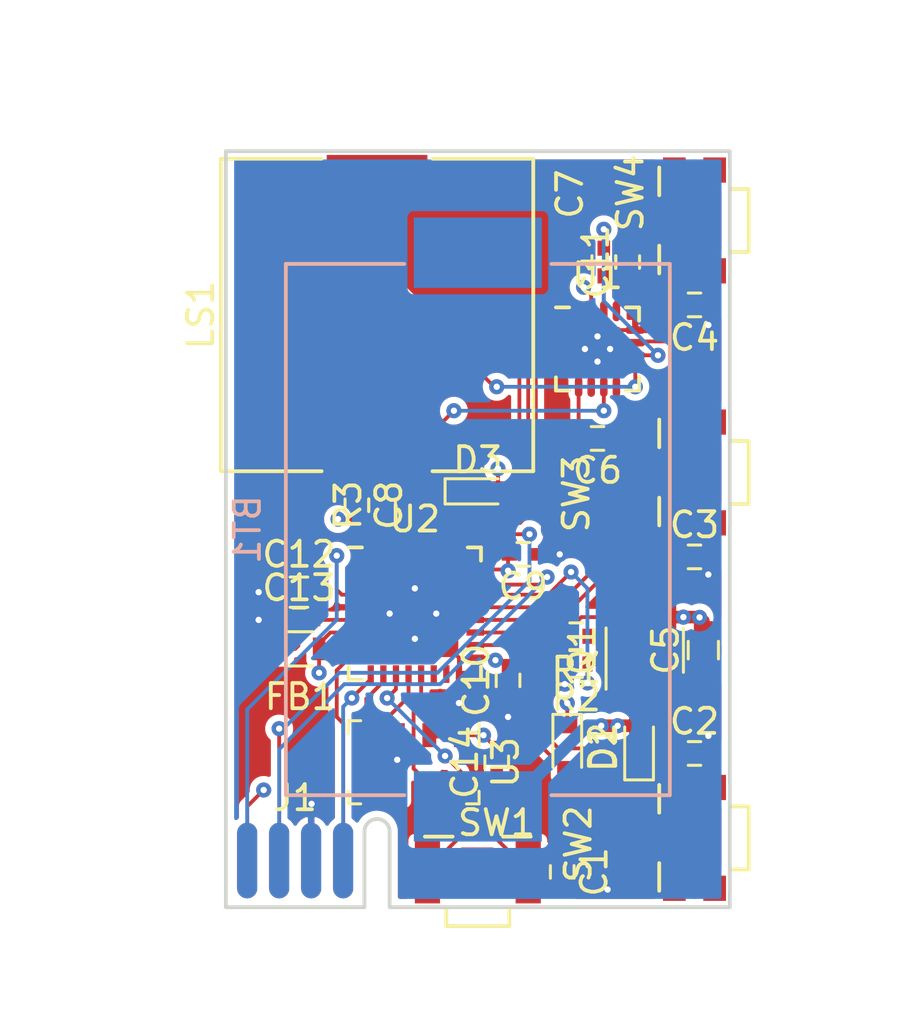
<source format=kicad_pcb>
(kicad_pcb (version 20171130) (host pcbnew 5.1.4-e60b266~84~ubuntu16.04.1)
  (title_block (title MiniVarioL0) (date 2019-08-04) (rev v1.0.0) (company "Jonathan IAPICCO"))
  (layers (0 F.Cu signal hide) (1 In1.Cu signal hide) (2 In2.Cu signal hide) (31 B.Cu signal hide) (34 B.Paste user hide) (35 F.Paste user hide) (36 B.SilkS user hide) (37 F.SilkS user hide) (38 B.Mask user hide) (39 F.Mask user hide) (44 Edge.Cuts user))
  (net 0 "")
  (net 1 "Net-(BT1-Pad1)")
  (net 2 GND)
  (net 3 BTN_PWR_ON-OFF)
  (net 4 "Net-(C1-Pad2)")
  (net 5 BTN_SELECT)
  (net 6 BTN_DOWN)
  (net 7 BTN_UP)
  (net 8 VCC)
  (net 9 "Net-(C6-Pad2)")
  (net 10 "Net-(C6-Pad1)")
  (net 11 "Net-(C7-Pad2)")
  (net 12 "Net-(C7-Pad1)")
  (net 13 "Net-(C11-Pad1)")
  (net 14 VDDA)
  (net 15 /LED)
  (net 16 SWDCLK)
  (net 17 UART-Tx)
  (net 18 SWDIO)
  (net 19 UART-Rx)
  (net 20 "Net-(LS1-Pad1)")
  (net 21 "Net-(LS1-Pad2)")
  (net 22 "Net-(Q1-Pad3)")
  (net 23 PWR_LATCH)
  (net 24 "Net-(R3-Pad1)")
  (net 25 SOUND)
  (net 26 VOL_EN2)
  (net 27 VOL_EN1)
  (net 28 /SPI-MOSI)
  (net 29 /SPI-MISO)
  (net 30 /SPI-CLK)
  (net 31 /SPI-CSB)
  (net 32 RESET)
  (module Footprint:CellCoin_BK-912 (layer B.Cu) (at 148.5 105.015 90)
    (fp_text reference BT1 (at 0 -9.144 90) (layer B.SilkS) (effects (justify mirror)))
    (fp_text value Battery_Cell)
    (pad 1 smd rect (at -10.985 0 90) (size 2.79 5.08) (layers B.Cu B.Paste B.Mask) (net 1 "Net-(BT1-Pad1)"))
    (pad 1 smd rect (at 10.985 0 90) (size 2.79 5.08) (layers B.Cu B.Paste B.Mask))
    (pad 2 smd circle (at 0 0 90) (size 3 3) (layers B.Cu B.Paste B.Mask) (net 2 GND))
  )
  (module Housings_DFN_QFN:QFN-32-1EP_5x5mm_Pitch0.5mm (layer F.Cu) (at 146 108.35)
    (fp_text reference U2 (at 0 -3.75) (layer F.SilkS))
    (fp_text value STM32L071KBUx)
    (pad 33 smd rect (at -0.8625 -0.8625) (size 1.725 1.725) (layers F.Cu F.Paste F.Mask) (net 2 GND))
    (pad 33 smd rect (at -0.8625 0.8625) (size 1.725 1.725) (layers F.Cu F.Paste F.Mask) (net 2 GND))
    (pad 33 smd rect (at 0.8625 -0.8625) (size 1.725 1.725) (layers F.Cu F.Paste F.Mask) (net 2 GND))
    (pad 33 smd rect (at 0.8625 0.8625) (size 1.725 1.725) (layers F.Cu F.Paste F.Mask) (net 2 GND))
    (pad 32 smd rect (at -1.75 -2.4 90) (size 0.7 0.25) (layers F.Cu F.Paste F.Mask) (net 8 VCC))
    (pad 31 smd rect (at -1.25 -2.4 90) (size 0.7 0.25) (layers F.Cu F.Paste F.Mask) (net 2 GND))
    (pad 30 smd rect (at -0.75 -2.4 90) (size 0.7 0.25) (layers F.Cu F.Paste F.Mask) (net 24 "Net-(R3-Pad1)"))
    (pad 29 smd rect (at -0.25 -2.4 90) (size 0.7 0.25) (layers F.Cu F.Paste F.Mask) (net 15 /LED))
    (pad 28 smd rect (at 0.25 -2.4 90) (size 0.7 0.25) (layers F.Cu F.Paste F.Mask) (net 27 VOL_EN1))
    (pad 27 smd rect (at 0.75 -2.4 90) (size 0.7 0.25) (layers F.Cu F.Paste F.Mask) (net 26 VOL_EN2))
    (pad 26 smd rect (at 1.25 -2.4 90) (size 0.7 0.25) (layers F.Cu F.Paste F.Mask) (net 25 SOUND))
    (pad 25 smd rect (at 1.75 -2.4 90) (size 0.7 0.25) (layers F.Cu F.Paste F.Mask) (net 16 SWDCLK))
    (pad 24 smd rect (at 2.4 -1.75) (size 0.7 0.25) (layers F.Cu F.Paste F.Mask) (net 8 VCC))
    (pad 23 smd rect (at 2.4 -1.25) (size 0.7 0.25) (layers F.Cu F.Paste F.Mask) (net 18 SWDIO))
    (pad 22 smd rect (at 2.4 -0.75) (size 0.7 0.25) (layers F.Cu F.Paste F.Mask) (net 23 PWR_LATCH))
    (pad 21 smd rect (at 2.4 -0.25) (size 0.7 0.25) (layers F.Cu F.Paste F.Mask) (net 7 BTN_UP))
    (pad 20 smd rect (at 2.4 0.25) (size 0.7 0.25) (layers F.Cu F.Paste F.Mask) (net 6 BTN_DOWN))
    (pad 19 smd rect (at 2.4 0.75) (size 0.7 0.25) (layers F.Cu F.Paste F.Mask) (net 5 BTN_SELECT))
    (pad 18 smd rect (at 2.4 1.25) (size 0.7 0.25) (layers F.Cu F.Paste F.Mask) (net 3 BTN_PWR_ON-OFF))
    (pad 17 smd rect (at 2.4 1.75) (size 0.7 0.25) (layers F.Cu F.Paste F.Mask) (net 8 VCC))
    (pad 16 smd rect (at 1.75 2.4 90) (size 0.7 0.25) (layers F.Cu F.Paste F.Mask) (net 2 GND))
    (pad 15 smd rect (at 1.25 2.4 90) (size 0.7 0.25) (layers F.Cu F.Paste F.Mask))
    (pad 14 smd rect (at 0.75 2.4 90) (size 0.7 0.25) (layers F.Cu F.Paste F.Mask))
    (pad 13 smd rect (at 0.25 2.4 90) (size 0.7 0.25) (layers F.Cu F.Paste F.Mask) (net 28 /SPI-MOSI))
    (pad 12 smd rect (at -0.25 2.4 90) (size 0.7 0.25) (layers F.Cu F.Paste F.Mask) (net 29 /SPI-MISO))
    (pad 11 smd rect (at -0.75 2.4 90) (size 0.7 0.25) (layers F.Cu F.Paste F.Mask) (net 30 /SPI-CLK))
    (pad 10 smd rect (at -1.25 2.4 90) (size 0.7 0.25) (layers F.Cu F.Paste F.Mask) (net 31 /SPI-CSB))
    (pad 9 smd rect (at -1.75 2.4 90) (size 0.7 0.25) (layers F.Cu F.Paste F.Mask) (net 19 UART-Rx))
    (pad 8 smd rect (at -2.4 1.75) (size 0.7 0.25) (layers F.Cu F.Paste F.Mask) (net 17 UART-Tx))
    (pad 7 smd rect (at -2.4 1.25) (size 0.7 0.25) (layers F.Cu F.Paste F.Mask))
    (pad 6 smd rect (at -2.4 0.75) (size 0.7 0.25) (layers F.Cu F.Paste F.Mask) (net 8 VCC))
    (pad 5 smd rect (at -2.4 0.25) (size 0.7 0.25) (layers F.Cu F.Paste F.Mask) (net 14 VDDA))
    (pad 4 smd rect (at -2.4 -0.25) (size 0.7 0.25) (layers F.Cu F.Paste F.Mask) (net 2 GND))
    (pad 3 smd rect (at -2.4 -0.75) (size 0.7 0.25) (layers F.Cu F.Paste F.Mask) (net 32 RESET))
    (pad 2 smd rect (at -2.4 -1.25) (size 0.7 0.25) (layers F.Cu F.Paste F.Mask))
    (pad 1 smd rect (at -2.4 -1.75) (size 0.7 0.25) (layers F.Cu F.Paste F.Mask))
  )
  (module Housings_DFN_QFN:UQFN-16-1EP_3x3mm_Pitch0.5mm (layer F.Cu) (at 153.25 97.85)
    (fp_text reference U1 (at 0 -2.9) (layer F.SilkS))
    (fp_text value PAM8904JER)
    (pad 17 smd rect (at -0.4375 -0.4375) (size 0.875 0.875) (layers F.Cu F.Paste F.Mask) (net 2 GND))
    (pad 17 smd rect (at -0.4375 0.4375) (size 0.875 0.875) (layers F.Cu F.Paste F.Mask) (net 2 GND))
    (pad 17 smd rect (at 0.4375 -0.4375) (size 0.875 0.875) (layers F.Cu F.Paste F.Mask) (net 2 GND))
    (pad 17 smd rect (at 0.4375 0.4375) (size 0.875 0.875) (layers F.Cu F.Paste F.Mask) (net 2 GND))
    (pad 16 smd oval (at -0.75 -1.5 90) (size 0.8 0.3) (layers F.Cu F.Paste F.Mask) (net 2 GND))
    (pad 15 smd oval (at -0.25 -1.5 90) (size 0.8 0.3) (layers F.Cu F.Paste F.Mask) (net 8 VCC))
    (pad 14 smd oval (at 0.25 -1.5 90) (size 0.8 0.3) (layers F.Cu F.Paste F.Mask) (net 12 "Net-(C7-Pad1)"))
    (pad 13 smd oval (at 0.75 -1.5 90) (size 0.8 0.3) (layers F.Cu F.Paste F.Mask) (net 13 "Net-(C11-Pad1)"))
    (pad 12 smd oval (at 1.5 -0.75) (size 0.8 0.3) (layers F.Cu F.Paste F.Mask) (net 2 GND))
    (pad 11 smd oval (at 1.5 -0.25) (size 0.8 0.3) (layers F.Cu F.Paste F.Mask) (net 10 "Net-(C6-Pad1)"))
    (pad 10 smd oval (at 1.5 0.25) (size 0.8 0.3) (layers F.Cu F.Paste F.Mask) (net 11 "Net-(C7-Pad2)"))
    (pad 9 smd oval (at 1.5 0.75) (size 0.8 0.3) (layers F.Cu F.Paste F.Mask) (net 20 "Net-(LS1-Pad1)"))
    (pad 8 smd oval (at 0.75 1.5 90) (size 0.8 0.3) (layers F.Cu F.Paste F.Mask) (net 2 GND))
    (pad 7 smd oval (at 0.25 1.5 90) (size 0.8 0.3) (layers F.Cu F.Paste F.Mask) (net 21 "Net-(LS1-Pad2)"))
    (pad 6 smd oval (at -0.25 1.5 90) (size 0.8 0.3) (layers F.Cu F.Paste F.Mask) (net 2 GND))
    (pad 5 smd oval (at -0.75 1.5 90) (size 0.8 0.3) (layers F.Cu F.Paste F.Mask) (net 9 "Net-(C6-Pad2)"))
    (pad 4 smd oval (at -1.5 0.75) (size 0.8 0.3) (layers F.Cu F.Paste F.Mask) (net 2 GND))
    (pad 3 smd oval (at -1.5 0.25) (size 0.8 0.3) (layers F.Cu F.Paste F.Mask) (net 25 SOUND))
    (pad 2 smd oval (at -1.5 -0.25) (size 0.8 0.3) (layers F.Cu F.Paste F.Mask) (net 26 VOL_EN2))
    (pad 1 smd oval (at -1.5 -0.75) (size 0.8 0.3) (layers F.Cu F.Paste F.Mask) (net 27 VOL_EN1))
  )
  (module Measurement_Points:Measurement_Point_Round-SMD-Pad_Small (layer B.Cu) (at 148.5 108)
    (fp_text reference REF** hide)
    (fp_text value Measurement_Point_Round-SMD-Pad_Small hide)
    (pad 1 smd circle (at 0 0) (size 1 1) (layers B.Cu B.Paste B.Mask) (net 2 GND))
  )
  (module Measurement_Points:Measurement_Point_Round-SMD-Pad_Small (layer B.Cu) (at 145.5 105)
    (fp_text reference REF** hide)
    (fp_text value Measurement_Point_Round-SMD-Pad_Small hide)
    (pad 1 smd circle (at 0 0) (size 1 1) (layers B.Cu B.Paste B.Mask) (net 2 GND))
  )
  (module Measurement_Points:Measurement_Point_Round-SMD-Pad_Small (layer B.Cu) (at 151.5 105)
    (fp_text reference REF** hide)
    (fp_text value Measurement_Point_Round-SMD-Pad_Small hide)
    (pad 1 smd circle (at 0 0) (size 1 1) (layers B.Cu B.Paste B.Mask) (net 2 GND))
  )
  (module Measurement_Points:Measurement_Point_Round-SMD-Pad_Small (layer B.Cu) (at 148.5 102.05)
    (fp_text reference REF** hide)
    (fp_text value Measurement_Point_Round-SMD-Pad_Small hide)
    (pad 1 smd circle (at 0 0) (size 1 1) (layers B.Cu B.Paste B.Mask) (net 2 GND))
  )
  (module Footprint:PushButton_KMS233G (layer F.Cu) (at 157.1 92.75 90)
    (fp_text reference SW4 (at 1.1 -2.55 90) (layer F.SilkS))
    (fp_text value SW_Push_Dual)
    (pad 2 smd rect (at 0 -1.5 90) (size 1.7 0.55) (layers F.Cu F.Paste F.Mask) (net 7 BTN_UP))
    (pad 3 smd rect (at 2 0.8 90) (size 1 0.9) (layers F.Cu F.Paste F.Mask) (net 2 GND))
    (pad 4 smd rect (at 2 -0.8 90) (size 1 0.9) (layers F.Cu F.Paste F.Mask) (net 7 BTN_UP))
    (pad 2 smd rect (at -2 -0.8 90) (size 1 0.9) (layers F.Cu F.Paste F.Mask) (net 7 BTN_UP))
    (pad 1 smd rect (at -2 0.8 90) (size 1 0.9) (layers F.Cu F.Paste F.Mask) (net 2 GND))
  )
  (module Footprint:PushButton_KMS233G (layer F.Cu) (at 157.1 102.75 90)
    (fp_text reference SW3 (at -0.845229 -4.692324 90) (layer F.SilkS))
    (fp_text value SW_Push_Dual)
    (pad 2 smd rect (at 0 -1.5 90) (size 1.7 0.55) (layers F.Cu F.Paste F.Mask) (net 6 BTN_DOWN))
    (pad 3 smd rect (at 2 0.8 90) (size 1 0.9) (layers F.Cu F.Paste F.Mask) (net 2 GND))
    (pad 4 smd rect (at 2 -0.8 90) (size 1 0.9) (layers F.Cu F.Paste F.Mask) (net 6 BTN_DOWN))
    (pad 2 smd rect (at -2 -0.8 90) (size 1 0.9) (layers F.Cu F.Paste F.Mask) (net 6 BTN_DOWN))
    (pad 1 smd rect (at -2 0.8 90) (size 1 0.9) (layers F.Cu F.Paste F.Mask) (net 2 GND))
  )
  (module Footprint:PushButton_KMS233G (layer F.Cu) (at 157.1 117.25 90)
    (fp_text reference SW2 (at -0.243984 -4.613832 90) (layer F.SilkS))
    (fp_text value SW_Push_Dual)
    (pad 2 smd rect (at 0 -1.5 90) (size 1.7 0.55) (layers F.Cu F.Paste F.Mask) (net 5 BTN_SELECT))
    (pad 3 smd rect (at 2 0.8 90) (size 1 0.9) (layers F.Cu F.Paste F.Mask) (net 2 GND))
    (pad 4 smd rect (at 2 -0.8 90) (size 1 0.9) (layers F.Cu F.Paste F.Mask) (net 5 BTN_SELECT))
    (pad 2 smd rect (at -2 -0.8 90) (size 1 0.9) (layers F.Cu F.Paste F.Mask) (net 5 BTN_SELECT))
    (pad 1 smd rect (at -2 0.8 90) (size 1 0.9) (layers F.Cu F.Paste F.Mask) (net 2 GND))
  )
  (module Footprint:PushButton_KMS233G (layer F.Cu) (at 148.5 118.6)
    (fp_text reference SW1 (at 0.739371 -1.948228) (layer F.SilkS))
    (fp_text value SW_Push_Dual)
    (pad 2 smd rect (at 0 -1.5) (size 1.7 0.55) (layers F.Cu F.Paste F.Mask) (net 3 BTN_PWR_ON-OFF))
    (pad 3 smd rect (at 2 0.8) (size 1 0.9) (layers F.Cu F.Paste F.Mask) (net 4 "Net-(C1-Pad2)"))
    (pad 4 smd rect (at 2 -0.8) (size 1 0.9) (layers F.Cu F.Paste F.Mask) (net 3 BTN_PWR_ON-OFF))
    (pad 2 smd rect (at -2 -0.8) (size 1 0.9) (layers F.Cu F.Paste F.Mask) (net 3 BTN_PWR_ON-OFF))
    (pad 1 smd rect (at -2 0.8) (size 1 0.9) (layers F.Cu F.Paste F.Mask) (net 4 "Net-(C1-Pad2)"))
  )
  (module Capacitors_SMD:C_0402 (layer F.Cu) (at 151.85 118.6 270)
    (fp_text reference C1 (at 0 -1.27 90) (layer F.SilkS))
    (fp_text value 10nF)
    (pad 1 smd rect (at -0.55 0 270) (size 0.6 0.5) (layers F.Cu F.Paste F.Mask) (net 3 BTN_PWR_ON-OFF))
    (pad 2 smd rect (at 0.55 0 270) (size 0.6 0.5) (layers F.Cu F.Paste F.Mask) (net 4 "Net-(C1-Pad2)"))
  )
  (module Capacitors_SMD:C_0402 (layer F.Cu) (at 157.1 113.9)
    (fp_text reference C2 (at 0 -1.27) (layer F.SilkS))
    (fp_text value 10nF)
    (pad 1 smd rect (at -0.55 0) (size 0.6 0.5) (layers F.Cu F.Paste F.Mask) (net 5 BTN_SELECT))
    (pad 2 smd rect (at 0.55 0) (size 0.6 0.5) (layers F.Cu F.Paste F.Mask) (net 2 GND))
  )
  (module Capacitors_SMD:C_0402 (layer F.Cu) (at 157.1 106.1)
    (fp_text reference C3 (at 0 -1.27) (layer F.SilkS))
    (fp_text value 10nF)
    (pad 2 smd rect (at 0.55 0) (size 0.6 0.5) (layers F.Cu F.Paste F.Mask) (net 2 GND))
    (pad 1 smd rect (at -0.55 0) (size 0.6 0.5) (layers F.Cu F.Paste F.Mask) (net 6 BTN_DOWN))
  )
  (module Capacitors_SMD:C_0402 (layer F.Cu) (at 157.1 96.1)
    (fp_text reference C4 (at 0 1.3) (layer F.SilkS))
    (fp_text value 10nF)
    (pad 2 smd rect (at 0.55 0) (size 0.6 0.5) (layers F.Cu F.Paste F.Mask) (net 2 GND))
    (pad 1 smd rect (at -0.55 0) (size 0.6 0.5) (layers F.Cu F.Paste F.Mask) (net 7 BTN_UP))
  )
  (module Capacitors_SMD:C_0603 (layer F.Cu) (at 157.45 109.8 90)
    (fp_text reference C5 (at 0 -1.5 90) (layer F.SilkS))
    (fp_text value 10µF)
    (pad 2 smd rect (at 0.75 0 90) (size 0.8 0.75) (layers F.Cu F.Paste F.Mask) (net 8 VCC))
    (pad 1 smd rect (at -0.75 0 90) (size 0.8 0.75) (layers F.Cu F.Paste F.Mask) (net 2 GND))
  )
  (module Capacitors_SMD:C_0402 (layer F.Cu) (at 153.25 101.4 180)
    (fp_text reference C6 (at 0 -1.27) (layer F.SilkS))
    (fp_text value 100nF)
    (pad 2 smd rect (at 0.55 0 180) (size 0.6 0.5) (layers F.Cu F.Paste F.Mask) (net 9 "Net-(C6-Pad2)"))
    (pad 1 smd rect (at -0.55 0 180) (size 0.6 0.5) (layers F.Cu F.Paste F.Mask) (net 10 "Net-(C6-Pad1)"))
  )
  (module Capacitors_SMD:C_0402 (layer F.Cu) (at 153.5 94.4 90)
    (fp_text reference C7 (at 2.7 -1.35 90) (layer F.SilkS))
    (fp_text value 100nF)
    (pad 2 smd rect (at 0.55 0 90) (size 0.6 0.5) (layers F.Cu F.Paste F.Mask) (net 11 "Net-(C7-Pad2)"))
    (pad 1 smd rect (at -0.55 0 90) (size 0.6 0.5) (layers F.Cu F.Paste F.Mask) (net 12 "Net-(C7-Pad1)"))
  )
  (module Capacitors_SMD:C_0402 (layer F.Cu) (at 143.7 104.05 270)
    (fp_text reference C8 (at 0 -1.27 90) (layer F.SilkS))
    (fp_text value 100nF)
    (pad 2 smd rect (at 0.55 0 270) (size 0.6 0.5) (layers F.Cu F.Paste F.Mask) (net 8 VCC))
    (pad 1 smd rect (at -0.55 0 270) (size 0.6 0.5) (layers F.Cu F.Paste F.Mask) (net 2 GND))
  )
  (module Capacitors_SMD:C_0402 (layer F.Cu) (at 150.3 106 180)
    (fp_text reference C9 (at 0 -1.27) (layer F.SilkS))
    (fp_text value 100nF)
    (pad 2 smd rect (at 0.55 0 180) (size 0.6 0.5) (layers F.Cu F.Paste F.Mask) (net 8 VCC))
    (pad 1 smd rect (at -0.55 0 180) (size 0.6 0.5) (layers F.Cu F.Paste F.Mask) (net 2 GND))
  )
  (module Capacitors_SMD:C_0402 (layer F.Cu) (at 149.7 111 90)
    (fp_text reference C10 (at 0 -1.27 90) (layer F.SilkS))
    (fp_text value 100nF)
    (pad 1 smd rect (at -0.55 0 90) (size 0.6 0.5) (layers F.Cu F.Paste F.Mask) (net 2 GND))
    (pad 2 smd rect (at 0.55 0 90) (size 0.6 0.5) (layers F.Cu F.Paste F.Mask) (net 8 VCC))
  )
  (module Capacitors_SMD:C_0402 (layer F.Cu) (at 154.45 94.4 90)
    (fp_text reference C11 (at 0 -1.27 90) (layer F.SilkS))
    (fp_text value 100nF)
    (pad 1 smd rect (at -0.55 0 90) (size 0.6 0.5) (layers F.Cu F.Paste F.Mask) (net 13 "Net-(C11-Pad1)"))
    (pad 2 smd rect (at 0.55 0 90) (size 0.6 0.5) (layers F.Cu F.Paste F.Mask) (net 2 GND))
  )
  (module Capacitors_SMD:C_0603 (layer F.Cu) (at 141.4 107.5)
    (fp_text reference C12 (at 0 -1.5) (layer F.SilkS))
    (fp_text value 10µF)
    (pad 1 smd rect (at -0.75 0) (size 0.8 0.75) (layers F.Cu F.Paste F.Mask) (net 2 GND))
    (pad 2 smd rect (at 0.75 0) (size 0.8 0.75) (layers F.Cu F.Paste F.Mask) (net 14 VDDA))
  )
  (module Capacitors_SMD:C_0402 (layer F.Cu) (at 141.4 108.6)
    (fp_text reference C13 (at 0 -1.27) (layer F.SilkS))
    (fp_text value 100nF)
    (pad 1 smd rect (at -0.55 0) (size 0.6 0.5) (layers F.Cu F.Paste F.Mask) (net 2 GND))
    (pad 2 smd rect (at 0.55 0) (size 0.6 0.5) (layers F.Cu F.Paste F.Mask) (net 14 VDDA))
  )
  (module Capacitors_SMD:C_0402 (layer F.Cu) (at 149.25 114.25 90)
    (fp_text reference C14 (at 0 -1.27 90) (layer F.SilkS))
    (fp_text value 100nF)
    (pad 1 smd rect (at -0.55 0 90) (size 0.6 0.5) (layers F.Cu F.Paste F.Mask) (net 2 GND))
    (pad 2 smd rect (at 0.55 0 90) (size 0.6 0.5) (layers F.Cu F.Paste F.Mask) (net 8 VCC))
  )
  (module Diodes_SMD:D_0603 (layer F.Cu) (at 154.9 113.65 90)
    (fp_text reference D1 (at 0 -1.4 90) (layer F.SilkS))
    (fp_text value D_Schottky)
    (pad 2 smd rect (at 0.85 0 90) (size 0.6 0.8) (layers F.Cu F.Paste F.Mask) (net 1 "Net-(BT1-Pad1)"))
    (pad 1 smd rect (at -0.85 0 90) (size 0.6 0.8) (layers F.Cu F.Paste F.Mask) (net 4 "Net-(C1-Pad2)"))
  )
  (module Diodes_SMD:D_0603 (layer F.Cu) (at 152.05 113.65 270)
    (fp_text reference D2 (at 0 -1.4 90) (layer F.SilkS))
    (fp_text value D_Schottky)
    (pad 1 smd rect (at -0.85 0 270) (size 0.6 0.8) (layers F.Cu F.Paste F.Mask) (net 8 VCC))
    (pad 2 smd rect (at 0.85 0 270) (size 0.6 0.8) (layers F.Cu F.Paste F.Mask) (net 3 BTN_PWR_ON-OFF))
  )
  (module LEDs:LED_0603 (layer F.Cu) (at 148.5 103.5)
    (fp_text reference D3 (at 0 -1.25) (layer F.SilkS))
    (fp_text value LED)
    (pad 1 smd rect (at -0.8 0 180) (size 0.8 0.8) (layers F.Cu F.Paste F.Mask) (net 15 /LED))
    (pad 2 smd rect (at 0.8 0 180) (size 0.8 0.8) (layers F.Cu F.Paste F.Mask) (net 8 VCC))
  )
  (module Inductors_SMD:L_0603 (layer F.Cu) (at 141.45 109.75 180)
    (fp_text reference FB1 (at 0 -1.9) (layer F.SilkS))
    (fp_text value Ferrite_Bead)
    (pad 2 smd rect (at 0.75 0 180) (size 0.5 0.9) (layers F.Cu F.Paste F.Mask) (net 14 VDDA))
    (pad 1 smd rect (at -0.75 0 180) (size 0.5 0.9) (layers F.Cu F.Paste F.Mask) (net 8 VCC))
  )
  (module Footprint:Conn_Debug (layer F.Cu) (at 141.25 118.2)
    (fp_text reference J1 (at 0 -2.54) (layer F.SilkS))
    (fp_text value "DEBUG / PROG")
    (pad 1 smd oval (at -1.905 -0.05) (size 0.8 3) (layers F.Cu F.Paste F.Mask) (net 8 VCC))
    (pad 3 smd oval (at -0.635 -0.05) (size 0.8 3) (layers F.Cu F.Paste F.Mask) (net 16 SWDCLK))
    (pad 5 smd oval (at 0.635 -0.05) (size 0.8 3) (layers F.Cu F.Paste F.Mask) (net 2 GND))
    (pad 7 smd oval (at 1.905 -0.05) (size 0.8 3) (layers F.Cu F.Paste F.Mask) (net 17 UART-Tx))
    (pad 2 smd oval (at -1.905 -0.05) (size 0.8 3) (layers B.Cu B.Paste B.Mask) (net 32 RESET))
    (pad 4 smd oval (at -0.635 -0.05) (size 0.8 3) (layers B.Cu B.Paste B.Mask) (net 18 SWDIO))
    (pad 6 smd oval (at 0.635 -0.05) (size 0.8 3) (layers B.Cu B.Paste B.Mask) (net 2 GND))
    (pad 8 smd oval (at 1.905 -0.05) (size 0.8 3) (layers B.Cu B.Paste B.Mask) (net 19 UART-Rx))
  )
  (module Footprint:Buzzer_PKLCS1212E (layer F.Cu) (at 144.5 96.5 270)
    (fp_text reference LS1 (at 0 7 90) (layer F.SilkS))
    (fp_text value Speaker_Crystal)
    (pad 1 smd rect (at -5.6 0 270) (size 1.5 4) (layers F.Cu F.Paste F.Mask) (net 20 "Net-(LS1-Pad1)"))
    (pad 2 smd rect (at 5.6 0 270) (size 1.5 4) (layers F.Cu F.Paste F.Mask) (net 21 "Net-(LS1-Pad2)"))
  )
  (module TO_SOT_Packages_SMD:TSOT-23-6 (layer F.Cu) (at 155.1 109.8 90)
    (fp_text reference Q1 (at 0 -2.45 90) (layer F.SilkS))
    (fp_text value DMC2053UVT)
    (pad 6 smd rect (at 1.31 -0.95 90) (size 1.22 0.65) (layers F.Cu F.Paste F.Mask) (net 22 "Net-(Q1-Pad3)"))
    (pad 5 smd rect (at 1.31 0 90) (size 1.22 0.65) (layers F.Cu F.Paste F.Mask) (net 2 GND))
    (pad 4 smd rect (at 1.31 0.95 90) (size 1.22 0.65) (layers F.Cu F.Paste F.Mask) (net 8 VCC))
    (pad 3 smd rect (at -1.31 0.95 90) (size 1.22 0.65) (layers F.Cu F.Paste F.Mask) (net 22 "Net-(Q1-Pad3)"))
    (pad 2 smd rect (at -1.31 0 90) (size 1.22 0.65) (layers F.Cu F.Paste F.Mask) (net 1 "Net-(BT1-Pad1)"))
    (pad 1 smd rect (at -1.31 -0.95 90) (size 1.22 0.65) (layers F.Cu F.Paste F.Mask) (net 23 PWR_LATCH))
  )
  (module Resistors_SMD:R_0402 (layer F.Cu) (at 152.4 109.25 180)
    (fp_text reference R1 (at 0 -1.35) (layer F.SilkS))
    (fp_text value 1M)
    (pad 2 smd rect (at 0.45 0 180) (size 0.4 0.6) (layers F.Cu F.Paste F.Mask) (net 22 "Net-(Q1-Pad3)"))
    (pad 1 smd rect (at -0.45 0 180) (size 0.4 0.6) (layers F.Cu F.Paste F.Mask) (net 1 "Net-(BT1-Pad1)"))
  )
  (module Resistors_SMD:R_0402 (layer F.Cu) (at 152.4 110.35 180)
    (fp_text reference R2 (at 0 -1.35) (layer F.SilkS))
    (fp_text value 1M)
    (pad 1 smd rect (at -0.45 0 180) (size 0.4 0.6) (layers F.Cu F.Paste F.Mask) (net 23 PWR_LATCH))
    (pad 2 smd rect (at 0.45 0 180) (size 0.4 0.6) (layers F.Cu F.Paste F.Mask) (net 2 GND))
  )
  (module Resistors_SMD:R_0402 (layer F.Cu) (at 144.7 104.05 90)
    (fp_text reference R3 (at 0 -1.35 90) (layer F.SilkS))
    (fp_text value 1M)
    (pad 2 smd rect (at 0.45 0 90) (size 0.4 0.6) (layers F.Cu F.Paste F.Mask) (net 2 GND))
    (pad 1 smd rect (at -0.45 0 90) (size 0.4 0.6) (layers F.Cu F.Paste F.Mask) (net 24 "Net-(R3-Pad1)"))
  )
  (module Housings_LGA:LGA-8_3x5mm_Pitch1.25mm (layer F.Cu) (at 145.95 114.25 270)
    (fp_text reference U3 (at 0 -3.65 90) (layer F.SilkS))
    (fp_text value MS5611-01BA)
    (pad 5 smd rect (at 1.075 1.875 270) (size 0.95 0.55) (layers F.Cu F.Paste F.Mask) (net 31 /SPI-CSB))
    (pad 6 smd rect (at 1.075 0.625 270) (size 0.95 0.55) (layers F.Cu F.Paste F.Mask) (net 29 /SPI-MISO))
    (pad 7 smd rect (at 1.075 -0.625 270) (size 0.95 0.55) (layers F.Cu F.Paste F.Mask) (net 28 /SPI-MOSI))
    (pad 8 smd rect (at 1.075 -1.875 270) (size 0.95 0.55) (layers F.Cu F.Paste F.Mask) (net 30 /SPI-CLK))
    (pad 3 smd rect (at -1.075 0.625 270) (size 0.95 0.55) (layers F.Cu F.Paste F.Mask) (net 2 GND))
    (pad 2 smd rect (at -1.075 -0.625 270) (size 0.95 0.55) (layers F.Cu F.Paste F.Mask) (net 2 GND))
    (pad 1 smd rect (at -1.075 -1.875 270) (size 0.95 0.55) (layers F.Cu F.Paste F.Mask) (net 8 VCC))
    (pad 4 smd rect (at -1.075 1.875 270) (size 0.95 0.55) (layers F.Cu F.Paste F.Mask) (net 31 /SPI-CSB))
  )
  (gr_arc (start 144.5 117) (end 144.999999 117) (angle -180) (layer Edge.Cuts) (width 0.15))
  (gr_line (start 158.5 120) (end 145 120) (layer Edge.Cuts) (width 0.15))
  (gr_line (start 145 120) (end 145 117) (layer Edge.Cuts) (width 0.15))
  (gr_line (start 144 120) (end 144 117) (layer Edge.Cuts) (width 0.15))
  (gr_line (start 138.5 120) (end 138.5 90) (layer Edge.Cuts) (width 0.15))
  (gr_line (start 144 120) (end 138.5 120) (layer Edge.Cuts) (width 0.15))
  (gr_line (start 158.5 90) (end 158.5 120) (layer Edge.Cuts) (width 0.15))
  (gr_line (start 138.5 90) (end 158.5 90) (layer Edge.Cuts) (width 0.15))
  (segment (start 155.1 112.6) (end 154.9 112.8) (width 0.5) (layer F.Cu) (net 1))
  (segment (start 155.1 111.11) (end 155.1 112.6) (width 0.5) (layer F.Cu) (net 1))
  (via (at 154.05 112.8) (size 0.6) (drill 0.25) (layers F.Cu B.Cu) (net 1))
  (segment (start 154.9 112.8) (end 154.05 112.8) (width 0.5) (layer F.Cu) (net 1))
  (via (at 153.4 112.8) (size 0.6) (drill 0.25) (layers F.Cu B.Cu) (net 1))
  (segment (start 153.4 112.8) (end 154.05 112.8) (width 0.5) (layer F.Cu) (net 1))
  (segment (start 152.85 112.8) (end 153.4 112.8) (width 0.5) (layer B.Cu) (net 1))
  (segment (start 149.665 115.985) (end 152.85 112.8) (width 0.5) (layer B.Cu) (net 1))
  (segment (start 148.5 115.985) (end 149.665 115.985) (width 0.5) (layer B.Cu) (net 1))
  (segment (start 152.85 109.25) (end 153.55 109.25) (width 0.151) (layer F.Cu) (net 1))
  (segment (start 155.1 110.8) (end 155.1 111.11) (width 0.151) (layer F.Cu) (net 1))
  (segment (start 153.55 109.25) (end 155.1 110.8) (width 0.151) (layer F.Cu) (net 1))
  (segment (start 157.9 95.85) (end 157.65 96.1) (width 0.151) (layer F.Cu) (net 2))
  (segment (start 157.9 94.75) (end 157.9 95.85) (width 0.151) (layer F.Cu) (net 2))
  (segment (start 157.9 105.85) (end 157.65 106.1) (width 0.151) (layer F.Cu) (net 2))
  (segment (start 157.9 104.75) (end 157.9 105.85) (width 0.151) (layer F.Cu) (net 2))
  (segment (start 157.9 114.15) (end 157.65 113.9) (width 0.151) (layer F.Cu) (net 2))
  (segment (start 157.9 115.25) (end 157.9 114.15) (width 0.151) (layer F.Cu) (net 2))
  (segment (start 152.5 97.1) (end 152.8125 97.4125) (width 0.151) (layer F.Cu) (net 2))
  (segment (start 152.5 96.35) (end 152.5 97.1) (width 0.151) (layer F.Cu) (net 2))
  (segment (start 154 97.1) (end 153.6875 97.4125) (width 0.151) (layer F.Cu) (net 2))
  (segment (start 154.75 97.1) (end 154 97.1) (width 0.151) (layer F.Cu) (net 2))
  (segment (start 154 98.6) (end 153.6875 98.2875) (width 0.151) (layer F.Cu) (net 2))
  (segment (start 154 99.35) (end 154 98.6) (width 0.151) (layer F.Cu) (net 2))
  (segment (start 153 98.475) (end 152.8125 98.2875) (width 0.151) (layer F.Cu) (net 2))
  (segment (start 153 99.35) (end 153 98.475) (width 0.151) (layer F.Cu) (net 2))
  (segment (start 152.5 98.6) (end 152.8125 98.2875) (width 0.151) (layer F.Cu) (net 2))
  (segment (start 151.75 98.6) (end 152.5 98.6) (width 0.151) (layer F.Cu) (net 2))
  (segment (start 143.8 103.6) (end 143.7 103.5) (width 0.151) (layer F.Cu) (net 2))
  (segment (start 144.7 103.6) (end 143.8 103.6) (width 0.151) (layer F.Cu) (net 2))
  (via (at 145.3 114.15) (size 0.6) (drill 0.25) (layers F.Cu B.Cu) (net 2))
  (segment (start 145.325 114.125) (end 145.3 114.15) (width 0.151) (layer F.Cu) (net 2))
  (segment (start 145.325 113.175) (end 145.325 114.125) (width 0.151) (layer F.Cu) (net 2))
  (segment (start 146.575 113.075) (end 147.75 111.9) (width 0.151) (layer F.Cu) (net 2))
  (via (at 147.75 111.9) (size 0.6) (drill 0.25) (layers F.Cu B.Cu) (net 2))
  (segment (start 146.575 113.175) (end 146.575 113.075) (width 0.151) (layer F.Cu) (net 2))
  (segment (start 147.75 110.75) (end 147.75 111.9) (width 0.151) (layer F.Cu) (net 2))
  (via (at 149.7 112.45) (size 0.6) (drill 0.25) (layers F.Cu B.Cu) (net 2))
  (segment (start 149.7 111.55) (end 149.7 112.45) (width 0.151) (layer F.Cu) (net 2))
  (via (at 139.8 107.5) (size 0.6) (drill 0.25) (layers F.Cu B.Cu) (net 2))
  (segment (start 140.65 107.5) (end 139.8 107.5) (width 0.151) (layer F.Cu) (net 2))
  (via (at 139.8 108.6) (size 0.6) (drill 0.25) (layers F.Cu B.Cu) (net 2))
  (segment (start 140.85 108.6) (end 139.8 108.6) (width 0.151) (layer F.Cu) (net 2))
  (segment (start 140.85 108.6) (end 140.85 108.25) (width 0.151) (layer F.Cu) (net 2))
  (segment (start 140.65 108.05) (end 140.65 107.5) (width 0.151) (layer F.Cu) (net 2))
  (segment (start 140.85 108.25) (end 140.65 108.05) (width 0.151) (layer F.Cu) (net 2))
  (segment (start 144.525 108.1) (end 145.1375 107.4875) (width 0.151) (layer F.Cu) (net 2))
  (segment (start 143.6 108.1) (end 144.525 108.1) (width 0.151) (layer F.Cu) (net 2))
  (segment (start 147.75 110.1) (end 146.8625 109.2125) (width 0.151) (layer F.Cu) (net 2))
  (segment (start 147.75 110.75) (end 147.75 110.1) (width 0.151) (layer F.Cu) (net 2))
  (via (at 151.75 106) (size 0.6) (drill 0.25) (layers F.Cu B.Cu) (net 2))
  (segment (start 150.85 106) (end 151.75 106) (width 0.151) (layer F.Cu) (net 2))
  (via (at 146 107.35) (size 0.6) (drill 0.25) (layers F.Cu B.Cu) (net 2))
  (via (at 146.85 108.35) (size 0.6) (drill 0.25) (layers F.Cu B.Cu) (net 2))
  (via (at 145 108.35) (size 0.6) (drill 0.25) (layers F.Cu B.Cu) (net 2))
  (via (at 146 109.35) (size 0.6) (drill 0.25) (layers F.Cu B.Cu) (net 2))
  (via (at 153.25 97.35) (size 0.6) (drill 0.25) (layers F.Cu B.Cu) (net 2))
  (via (at 153.25 98.35) (size 0.6) (drill 0.25) (layers F.Cu B.Cu) (net 2))
  (via (at 152.75 97.85) (size 0.6) (drill 0.25) (layers F.Cu B.Cu) (net 2))
  (via (at 153.75 97.85) (size 0.6) (drill 0.25) (layers F.Cu B.Cu) (net 2))
  (segment (start 144.75 105.95) (end 144.75 107.15) (width 0.151) (layer F.Cu) (net 2))
  (segment (start 144.75 107.15) (end 145.1 107.5) (width 0.151) (layer F.Cu) (net 2))
  (segment (start 151.95 110.35) (end 151.95 111.15) (width 0.151) (layer F.Cu) (net 2))
  (via (at 151.95 111.15) (size 0.6) (drill 0.25) (layers F.Cu B.Cu) (net 2))
  (via (at 153.65 119.3) (size 0.6) (drill 0.25) (layers F.Cu B.Cu) (net 2))
  (via (at 157.65 96.9) (size 0.6) (drill 0.25) (layers F.Cu B.Cu) (net 2))
  (segment (start 157.65 96.1) (end 157.65 96.9) (width 0.151) (layer F.Cu) (net 2))
  (via (at 157.65 106.8) (size 0.6) (drill 0.25) (layers F.Cu B.Cu) (net 2))
  (segment (start 157.65 106.1) (end 157.65 106.8) (width 0.151) (layer F.Cu) (net 2))
  (via (at 157.65 113.2) (size 0.6) (drill 0.25) (layers F.Cu B.Cu) (net 2))
  (segment (start 157.65 113.9) (end 157.65 113.2) (width 0.151) (layer F.Cu) (net 2))
  (segment (start 141.885 115.915) (end 141.9 115.9) (width 0.151) (layer B.Cu) (net 2))
  (via (at 141.9 115.9) (size 0.6) (drill 0.25) (layers F.Cu B.Cu) (net 2))
  (segment (start 141.885 118.15) (end 141.885 115.915) (width 0.151) (layer B.Cu) (net 2))
  (segment (start 151.6 117.8) (end 151.85 118.05) (width 0.151) (layer F.Cu) (net 3))
  (segment (start 150.5 117.8) (end 151.6 117.8) (width 0.151) (layer F.Cu) (net 3))
  (segment (start 147.2 117.8) (end 147.9 117.1) (width 0.151) (layer F.Cu) (net 3))
  (segment (start 147.9 117.1) (end 148.5 117.1) (width 0.151) (layer F.Cu) (net 3))
  (segment (start 146.5 117.8) (end 147.2 117.8) (width 0.151) (layer F.Cu) (net 3))
  (segment (start 149.05 117.1) (end 148.5 117.1) (width 0.151) (layer F.Cu) (net 3))
  (segment (start 149.75 117.8) (end 149.05 117.1) (width 0.151) (layer F.Cu) (net 3))
  (segment (start 150.5 117.8) (end 149.75 117.8) (width 0.151) (layer F.Cu) (net 3))
  (segment (start 152.05 117.85) (end 151.85 118.05) (width 0.151) (layer F.Cu) (net 3))
  (segment (start 152.05 114.5) (end 152.05 117.85) (width 0.151) (layer F.Cu) (net 3))
  (segment (start 152.05 114.5) (end 151.9 114.5) (width 0.151) (layer F.Cu) (net 3))
  (segment (start 151.9 114.5) (end 150.4 113) (width 0.151) (layer F.Cu) (net 3))
  (segment (start 150.4 113) (end 150.4 110.15) (width 0.151) (layer F.Cu) (net 3))
  (segment (start 149.85 109.6) (end 148.4 109.6) (width 0.151) (layer F.Cu) (net 3))
  (segment (start 150.4 110.15) (end 149.85 109.6) (width 0.151) (layer F.Cu) (net 3))
  (segment (start 146.5 119.4) (end 150.5 119.4) (width 0.151) (layer F.Cu) (net 4))
  (segment (start 151.6 119.4) (end 151.85 119.15) (width 0.151) (layer F.Cu) (net 4))
  (segment (start 150.5 119.4) (end 151.6 119.4) (width 0.151) (layer F.Cu) (net 4))
  (segment (start 151.85 119.15) (end 151.85 119.1) (width 0.151) (layer F.Cu) (net 4))
  (segment (start 151.85 119.1) (end 152.45 118.5) (width 0.151) (layer F.Cu) (net 4))
  (segment (start 152.45 118.5) (end 152.45 115.75) (width 0.151) (layer F.Cu) (net 4))
  (segment (start 152.45 115.75) (end 153.7 114.5) (width 0.151) (layer F.Cu) (net 4))
  (segment (start 153.7 114.5) (end 154.9 114.5) (width 0.151) (layer F.Cu) (net 4))
  (segment (start 155.6 116.7) (end 155.6 117.25) (width 0.151) (layer F.Cu) (net 5))
  (segment (start 156.3 116) (end 155.6 116.7) (width 0.151) (layer F.Cu) (net 5))
  (segment (start 156.3 115.25) (end 156.3 116) (width 0.151) (layer F.Cu) (net 5))
  (segment (start 155.6 117.8) (end 155.6 117.25) (width 0.151) (layer F.Cu) (net 5))
  (segment (start 156.3 118.5) (end 155.6 117.8) (width 0.151) (layer F.Cu) (net 5))
  (segment (start 156.3 119.25) (end 156.3 118.5) (width 0.151) (layer F.Cu) (net 5))
  (segment (start 156.3 114.15) (end 156.55 113.9) (width 0.151) (layer F.Cu) (net 5))
  (segment (start 156.3 115.25) (end 156.3 114.15) (width 0.151) (layer F.Cu) (net 5))
  (segment (start 156.35 113.7) (end 156.55 113.9) (width 0.151) (layer F.Cu) (net 5))
  (segment (start 151.7 113.7) (end 156.35 113.7) (width 0.151) (layer F.Cu) (net 5))
  (segment (start 148.4 109.1) (end 150 109.1) (width 0.151) (layer F.Cu) (net 5))
  (segment (start 150 109.1) (end 150.85 109.95) (width 0.151) (layer F.Cu) (net 5))
  (segment (start 150.85 109.95) (end 150.85 112.85) (width 0.151) (layer F.Cu) (net 5))
  (segment (start 150.85 112.85) (end 151.7 113.7) (width 0.151) (layer F.Cu) (net 5))
  (segment (start 156.3 101.5) (end 155.6 102.2) (width 0.151) (layer F.Cu) (net 6))
  (segment (start 155.6 102.2) (end 155.6 102.75) (width 0.151) (layer F.Cu) (net 6))
  (segment (start 156.3 100.75) (end 156.3 101.5) (width 0.151) (layer F.Cu) (net 6))
  (segment (start 155.6 103.3) (end 155.6 102.75) (width 0.151) (layer F.Cu) (net 6))
  (segment (start 156.3 104) (end 155.6 103.3) (width 0.151) (layer F.Cu) (net 6))
  (segment (start 156.3 104.75) (end 156.3 104) (width 0.151) (layer F.Cu) (net 6))
  (segment (start 156.3 105.85) (end 156.55 106.1) (width 0.151) (layer F.Cu) (net 6))
  (segment (start 156.3 104.75) (end 156.3 105.85) (width 0.151) (layer F.Cu) (net 6))
  (segment (start 154.25 106.1) (end 156.55 106.1) (width 0.151) (layer F.Cu) (net 6))
  (segment (start 151.75 108.6) (end 154.25 106.1) (width 0.151) (layer F.Cu) (net 6))
  (segment (start 148.4 108.6) (end 151.75 108.6) (width 0.151) (layer F.Cu) (net 6))
  (segment (start 155.6 92.2) (end 155.6 92.75) (width 0.151) (layer F.Cu) (net 7))
  (segment (start 156.3 91.5) (end 155.6 92.2) (width 0.151) (layer F.Cu) (net 7))
  (segment (start 156.3 90.75) (end 156.3 91.5) (width 0.151) (layer F.Cu) (net 7))
  (segment (start 156.3 94) (end 155.6 93.3) (width 0.151) (layer F.Cu) (net 7))
  (segment (start 155.6 93.3) (end 155.6 92.75) (width 0.151) (layer F.Cu) (net 7))
  (segment (start 156.3 94.75) (end 156.3 94) (width 0.151) (layer F.Cu) (net 7))
  (segment (start 156.3 95.85) (end 156.55 96.1) (width 0.151) (layer F.Cu) (net 7))
  (segment (start 156.3 94.75) (end 156.3 95.85) (width 0.151) (layer F.Cu) (net 7))
  (segment (start 148.4 108.1) (end 151.6 108.1) (width 0.151) (layer F.Cu) (net 7))
  (segment (start 151.6 108.1) (end 154.85 104.85) (width 0.151) (layer F.Cu) (net 7))
  (segment (start 156.55 99.15) (end 156.55 96.1) (width 0.151) (layer F.Cu) (net 7))
  (segment (start 154.85 104.85) (end 154.85 100.85) (width 0.151) (layer F.Cu) (net 7))
  (segment (start 154.85 100.85) (end 156.55 99.15) (width 0.151) (layer F.Cu) (net 7))
  (segment (start 144.25 105.15) (end 143.7 104.6) (width 0.151) (layer F.Cu) (net 8))
  (segment (start 144.25 105.95) (end 144.25 105.15) (width 0.151) (layer F.Cu) (net 8))
  (segment (start 142.2 109.55) (end 142.2 109.75) (width 0.151) (layer F.Cu) (net 8))
  (segment (start 142.65 109.1) (end 142.2 109.55) (width 0.151) (layer F.Cu) (net 8))
  (segment (start 143.6 109.1) (end 142.65 109.1) (width 0.151) (layer F.Cu) (net 8))
  (segment (start 149.35 110.1) (end 149.7 110.45) (width 0.151) (layer F.Cu) (net 8))
  (segment (start 148.4 110.1) (end 149.35 110.1) (width 0.151) (layer F.Cu) (net 8))
  (segment (start 148.725 113.175) (end 149.25 113.7) (width 0.151) (layer F.Cu) (net 8))
  (via (at 152.7 95.4) (size 0.6) (drill 0.25) (layers F.Cu B.Cu) (net 8))
  (segment (start 153 95.7) (end 152.7 95.4) (width 0.151) (layer F.Cu) (net 8))
  (segment (start 153 96.35) (end 153 95.7) (width 0.151) (layer F.Cu) (net 8))
  (via (at 156.66 108.49) (size 0.6) (drill 0.25) (layers F.Cu B.Cu) (net 8))
  (segment (start 156.05 108.49) (end 156.66 108.49) (width 0.5) (layer F.Cu) (net 8))
  (via (at 157.3 108.5) (size 0.6) (drill 0.25) (layers F.Cu B.Cu) (net 8))
  (segment (start 157.29 108.49) (end 157.3 108.5) (width 0.5) (layer F.Cu) (net 8))
  (segment (start 156.66 108.49) (end 157.29 108.49) (width 0.5) (layer F.Cu) (net 8))
  (segment (start 157.45 108.65) (end 157.3 108.5) (width 0.5) (layer F.Cu) (net 8))
  (segment (start 157.45 109.05) (end 157.45 108.65) (width 0.5) (layer F.Cu) (net 8))
  (segment (start 139.345 116.005) (end 140 115.35) (width 0.151) (layer F.Cu) (net 8))
  (via (at 140 115.35) (size 0.6) (drill 0.25) (layers F.Cu B.Cu) (net 8))
  (segment (start 139.345 118.15) (end 139.345 116.005) (width 0.151) (layer F.Cu) (net 8))
  (segment (start 148.4 106.6) (end 148.75 106.6) (width 0.151) (layer F.Cu) (net 8))
  (via (at 149.7 106.65) (size 0.6) (drill 0.25) (layers F.Cu B.Cu) (net 8))
  (segment (start 149.65 106.6) (end 149.7 106.65) (width 0.151) (layer F.Cu) (net 8))
  (segment (start 148.4 106.6) (end 149.65 106.6) (width 0.151) (layer F.Cu) (net 8))
  (segment (start 149.7 106.05) (end 149.75 106) (width 0.151) (layer F.Cu) (net 8))
  (segment (start 149.7 106.65) (end 149.7 106.05) (width 0.151) (layer F.Cu) (net 8))
  (via (at 149.2 110.2) (size 0.6) (drill 0.25) (layers F.Cu B.Cu) (net 8))
  (segment (start 149.1 110.1) (end 149.2 110.2) (width 0.151) (layer F.Cu) (net 8))
  (segment (start 148.4 110.1) (end 149.1 110.1) (width 0.151) (layer F.Cu) (net 8))
  (via (at 148.725 113.175) (size 0.6) (drill 0.25) (layers F.Cu B.Cu) (net 8))
  (segment (start 147.825 113.175) (end 148.725 113.175) (width 0.151) (layer F.Cu) (net 8))
  (via (at 142.95 104.6) (size 0.6) (drill 0.25) (layers F.Cu B.Cu) (net 8))
  (segment (start 143.7 104.6) (end 142.95 104.6) (width 0.151) (layer F.Cu) (net 8))
  (segment (start 142.2 109.75) (end 142.2 110.7) (width 0.151) (layer F.Cu) (net 8))
  (via (at 142.2 110.7) (size 0.6) (drill 0.25) (layers F.Cu B.Cu) (net 8))
  (segment (start 152.05 112.8) (end 152.05 111.9) (width 0.151) (layer F.Cu) (net 8))
  (via (at 152.05 111.9) (size 0.6) (drill 0.25) (layers F.Cu B.Cu) (net 8))
  (via (at 149.3 102.6) (size 0.6) (drill 0.25) (layers F.Cu B.Cu) (net 8))
  (segment (start 149.3 103.5) (end 149.3 102.6) (width 0.151) (layer F.Cu) (net 8))
  (segment (start 152.5 101.2) (end 152.7 101.4) (width 0.151) (layer F.Cu) (net 9))
  (segment (start 152.5 99.35) (end 152.5 101.2) (width 0.151) (layer F.Cu) (net 9))
  (segment (start 153.8 101.4) (end 153.872894 101.4) (width 0.151) (layer F.Cu) (net 10))
  (segment (start 153.872894 101.4) (end 156.24799 99.024904) (width 0.151) (layer F.Cu) (net 10))
  (segment (start 156.24799 99.024904) (end 156.24799 97.79799) (width 0.151) (layer F.Cu) (net 10))
  (segment (start 156.24799 97.79799) (end 156 97.55) (width 0.151) (layer F.Cu) (net 10))
  (segment (start 154.8 97.55) (end 154.75 97.6) (width 0.151) (layer F.Cu) (net 10))
  (segment (start 156 97.55) (end 154.8 97.55) (width 0.151) (layer F.Cu) (net 10))
  (via (at 153.5 93.1) (size 0.6) (drill 0.25) (layers F.Cu B.Cu) (net 11))
  (segment (start 153.5 93.1) (end 153.5 93.85) (width 0.151) (layer F.Cu) (net 11))
  (via (at 155.65 98.1) (size 0.6) (drill 0.25) (layers F.Cu B.Cu) (net 11))
  (segment (start 155.65 98.1) (end 154.75 98.1) (width 0.151) (layer F.Cu) (net 11))
  (segment (start 153.5 95.95) (end 153.5 93.1) (width 0.151) (layer B.Cu) (net 11))
  (segment (start 155.65 98.1) (end 153.5 95.95) (width 0.151) (layer B.Cu) (net 11))
  (segment (start 153.5 96.35) (end 153.5 94.95) (width 0.151) (layer F.Cu) (net 12))
  (segment (start 154 95.4) (end 154.45 94.95) (width 0.151) (layer F.Cu) (net 13))
  (segment (start 154 96.35) (end 154 95.4) (width 0.151) (layer F.Cu) (net 13))
  (segment (start 143.6 108.6) (end 141.95 108.6) (width 0.151) (layer F.Cu) (net 14))
  (segment (start 142.15 108.4) (end 141.95 108.6) (width 0.151) (layer F.Cu) (net 14))
  (segment (start 142.15 107.5) (end 142.15 108.4) (width 0.151) (layer F.Cu) (net 14))
  (segment (start 140.7 109.75) (end 141.25 109.75) (width 0.151) (layer F.Cu) (net 14))
  (segment (start 141.375 109.625) (end 141.375 109.175) (width 0.151) (layer F.Cu) (net 14))
  (segment (start 141.25 109.75) (end 141.375 109.625) (width 0.151) (layer F.Cu) (net 14))
  (segment (start 141.375 109.175) (end 141.95 108.6) (width 0.151) (layer F.Cu) (net 14))
  (segment (start 145.75 105.45) (end 147.7 103.5) (width 0.151) (layer F.Cu) (net 15))
  (segment (start 145.75 105.95) (end 145.75 105.45) (width 0.151) (layer F.Cu) (net 15))
  (segment (start 147.75 105.6) (end 147.75 105.95) (width 0.151) (layer F.Cu) (net 16))
  (segment (start 148.15 105.2) (end 147.75 105.6) (width 0.151) (layer F.Cu) (net 16))
  (via (at 140.615 112.915) (size 0.6) (drill 0.25) (layers F.Cu B.Cu) (net 16))
  (segment (start 140.615 112.915) (end 140.615 118.15) (width 0.151) (layer F.Cu) (net 16))
  (segment (start 146.9 110.7) (end 150.55 107.05) (width 0.151) (layer B.Cu) (net 16))
  (segment (start 143 110.7) (end 146.9 110.7) (width 0.151) (layer B.Cu) (net 16))
  (segment (start 140.785 112.915) (end 143 110.7) (width 0.151) (layer B.Cu) (net 16))
  (segment (start 140.615 112.915) (end 140.785 112.915) (width 0.151) (layer B.Cu) (net 16))
  (segment (start 150.55 105.2) (end 148.15 105.2) (width 0.151) (layer F.Cu) (net 16))
  (segment (start 150.55 107.05) (end 150.55 105.2) (width 0.151) (layer B.Cu) (net 16))
  (via (at 150.55 105.2) (size 0.6) (drill 0.25) (layers F.Cu B.Cu) (net 16))
  (segment (start 143.155 118.15) (end 143.155 112.705) (width 0.151) (layer F.Cu) (net 17))
  (segment (start 143.155 112.705) (end 142.9 112.45) (width 0.151) (layer F.Cu) (net 17))
  (segment (start 142.9 112.45) (end 142.9 110.6) (width 0.151) (layer F.Cu) (net 17))
  (segment (start 143.4 110.1) (end 143.6 110.1) (width 0.151) (layer F.Cu) (net 17))
  (segment (start 142.9 110.6) (end 143.4 110.1) (width 0.151) (layer F.Cu) (net 17))
  (segment (start 148.65 107.1) (end 148.4 107.1) (width 0.151) (layer F.Cu) (net 18))
  (via (at 151.25 106.9) (size 0.6) (drill 0.25) (layers F.Cu B.Cu) (net 18))
  (segment (start 151.25 106.9) (end 150.95 107.2) (width 0.151) (layer F.Cu) (net 18))
  (segment (start 150.95 107.2) (end 148.75 107.2) (width 0.151) (layer F.Cu) (net 18))
  (segment (start 148.75 107.2) (end 148.65 107.1) (width 0.151) (layer F.Cu) (net 18))
  (segment (start 140.615 113.735) (end 140.615 118.15) (width 0.151) (layer B.Cu) (net 18))
  (segment (start 143.2 111.15) (end 140.615 113.735) (width 0.151) (layer B.Cu) (net 18))
  (segment (start 147 111.15) (end 143.2 111.15) (width 0.151) (layer B.Cu) (net 18))
  (segment (start 151.25 106.9) (end 147 111.15) (width 0.151) (layer B.Cu) (net 18))
  (segment (start 143.155 112.045) (end 143.155 118.15) (width 0.151) (layer B.Cu) (net 19))
  (via (at 143.5 111.7) (size 0.6) (drill 0.25) (layers F.Cu B.Cu) (net 19))
  (segment (start 143.5 111.7) (end 144.25 110.95) (width 0.151) (layer F.Cu) (net 19))
  (segment (start 144.25 110.95) (end 144.25 110.75) (width 0.151) (layer F.Cu) (net 19))
  (segment (start 143.5 111.7) (end 143.155 112.045) (width 0.151) (layer B.Cu) (net 19))
  (via (at 154.75 99.35) (size 0.6) (drill 0.25) (layers F.Cu B.Cu) (net 20))
  (segment (start 154.75 99.35) (end 154.75 98.6) (width 0.151) (layer F.Cu) (net 20))
  (via (at 149.25 99.35) (size 0.6) (drill 0.25) (layers F.Cu B.Cu) (net 20))
  (segment (start 149.25 99.35) (end 154.75 99.35) (width 0.151) (layer B.Cu) (net 20))
  (segment (start 144.5 94.7) (end 144.5 90.9) (width 0.151) (layer F.Cu) (net 20))
  (segment (start 149.15 99.35) (end 144.5 94.7) (width 0.151) (layer F.Cu) (net 20))
  (segment (start 149.25 99.35) (end 149.15 99.35) (width 0.151) (layer F.Cu) (net 20))
  (via (at 153.5 100.3) (size 0.6) (drill 0.25) (layers F.Cu B.Cu) (net 21))
  (segment (start 153.5 99.35) (end 153.5 100.3) (width 0.151) (layer F.Cu) (net 21))
  (segment (start 145.75 102.1) (end 144.5 102.1) (width 0.151) (layer F.Cu) (net 21))
  (segment (start 147.55 100.3) (end 145.75 102.1) (width 0.151) (layer F.Cu) (net 21))
  (segment (start 147.55 100.3) (end 153.5 100.3) (width 0.151) (layer B.Cu) (net 21))
  (via (at 147.55 100.3) (size 0.6) (drill 0.25) (layers F.Cu B.Cu) (net 21))
  (segment (start 151.95 109.25) (end 151.95 109.15) (width 0.151) (layer F.Cu) (net 22))
  (segment (start 152.61 108.49) (end 154.15 108.49) (width 0.151) (layer F.Cu) (net 22))
  (segment (start 151.95 109.15) (end 152.61 108.49) (width 0.151) (layer F.Cu) (net 22))
  (segment (start 156.05 110.75) (end 156.05 111.11) (width 0.151) (layer F.Cu) (net 22))
  (segment (start 154.15 108.85) (end 156.05 110.75) (width 0.151) (layer F.Cu) (net 22))
  (segment (start 154.15 108.49) (end 154.15 108.85) (width 0.151) (layer F.Cu) (net 22))
  (segment (start 154.15 110.85) (end 154.15 111.11) (width 0.151) (layer F.Cu) (net 23))
  (segment (start 153.65 110.35) (end 154.15 110.85) (width 0.151) (layer F.Cu) (net 23))
  (segment (start 152.85 110.35) (end 153.65 110.35) (width 0.151) (layer F.Cu) (net 23))
  (via (at 152.85 111.1) (size 0.6) (drill 0.25) (layers F.Cu B.Cu) (net 23))
  (segment (start 152.85 110.35) (end 152.85 111.1) (width 0.151) (layer F.Cu) (net 23))
  (segment (start 151.3 107.6) (end 148.4 107.6) (width 0.151) (layer F.Cu) (net 23))
  (via (at 152.2 106.7) (size 0.6) (drill 0.25) (layers F.Cu B.Cu) (net 23))
  (segment (start 152.2 106.7) (end 152.85 107.35) (width 0.151) (layer B.Cu) (net 23))
  (segment (start 152.85 107.35) (end 152.85 111.1) (width 0.151) (layer B.Cu) (net 23))
  (segment (start 152.2 106.7) (end 151.3 107.6) (width 0.151) (layer F.Cu) (net 23))
  (segment (start 145.25 105.05) (end 144.7 104.5) (width 0.151) (layer F.Cu) (net 24))
  (segment (start 145.25 105.95) (end 145.25 105.05) (width 0.151) (layer F.Cu) (net 24))
  (segment (start 147.25 105.95) (end 147.25 105.404212) (width 0.151) (layer F.Cu) (net 25))
  (segment (start 147.25 105.404212) (end 147.900192 104.75402) (width 0.151) (layer F.Cu) (net 25))
  (segment (start 147.900192 104.75402) (end 150.173086 104.75402) (width 0.151) (layer F.Cu) (net 25))
  (segment (start 150.173086 104.75402) (end 150.80201 104.125096) (width 0.151) (layer F.Cu) (net 25))
  (segment (start 150.80201 104.125096) (end 150.80201 98.475096) (width 0.151) (layer F.Cu) (net 25))
  (segment (start 151.177106 98.1) (end 151.75 98.1) (width 0.151) (layer F.Cu) (net 25))
  (segment (start 150.80201 98.475096) (end 151.177106 98.1) (width 0.151) (layer F.Cu) (net 25))
  (segment (start 151.75 97.6) (end 151.25 97.6) (width 0.151) (layer F.Cu) (net 26))
  (segment (start 151.25 97.6) (end 150.5 98.35) (width 0.151) (layer F.Cu) (net 26))
  (segment (start 150.5 98.35) (end 150.5 104) (width 0.151) (layer F.Cu) (net 26))
  (segment (start 150.5 104) (end 150.04799 104.45201) (width 0.151) (layer F.Cu) (net 26))
  (segment (start 150.04799 104.45201) (end 147.775096 104.45201) (width 0.151) (layer F.Cu) (net 26))
  (segment (start 146.75 105.477106) (end 146.75 105.95) (width 0.151) (layer F.Cu) (net 26))
  (segment (start 147.775096 104.45201) (end 146.75 105.477106) (width 0.151) (layer F.Cu) (net 26))
  (segment (start 146.25 105.95) (end 146.25 105.55) (width 0.151) (layer F.Cu) (net 27))
  (segment (start 146.25 105.55) (end 147.65 104.15) (width 0.151) (layer F.Cu) (net 27))
  (segment (start 147.65 104.15) (end 149.9 104.15) (width 0.151) (layer F.Cu) (net 27))
  (segment (start 149.9 104.15) (end 150.15 103.9) (width 0.151) (layer F.Cu) (net 27))
  (segment (start 150.15 103.9) (end 150.15 98.15) (width 0.151) (layer F.Cu) (net 27))
  (segment (start 151.2 97.1) (end 151.75 97.1) (width 0.151) (layer F.Cu) (net 27))
  (segment (start 150.15 98.15) (end 151.2 97.1) (width 0.151) (layer F.Cu) (net 27))
  (segment (start 146.25 111.65) (end 146.25 110.75) (width 0.151) (layer F.Cu) (net 28))
  (segment (start 146.575 115.325) (end 146.575 115.125) (width 0.151) (layer F.Cu) (net 28))
  (segment (start 146.575 115.125) (end 145.95 114.5) (width 0.151) (layer F.Cu) (net 28))
  (segment (start 145.95 114.5) (end 145.95 111.95) (width 0.151) (layer F.Cu) (net 28))
  (segment (start 145.95 111.95) (end 146.25 111.65) (width 0.151) (layer F.Cu) (net 28))
  (segment (start 145.75 111.65) (end 145.75 110.75) (width 0.151) (layer F.Cu) (net 29))
  (segment (start 145.325 115.125) (end 144.7 114.5) (width 0.151) (layer F.Cu) (net 29))
  (segment (start 144.7 114.5) (end 144.7 112.7) (width 0.151) (layer F.Cu) (net 29))
  (segment (start 145.325 115.325) (end 145.325 115.125) (width 0.151) (layer F.Cu) (net 29))
  (segment (start 144.7 112.7) (end 145.75 111.65) (width 0.151) (layer F.Cu) (net 29))
  (segment (start 147.825 114.625) (end 147.2 114) (width 0.151) (layer F.Cu) (net 30))
  (via (at 147.2 114) (size 0.6) (drill 0.25) (layers F.Cu B.Cu) (net 30))
  (segment (start 147.825 115.325) (end 147.825 114.625) (width 0.151) (layer F.Cu) (net 30))
  (via (at 144.9 111.7) (size 0.6) (drill 0.25) (layers F.Cu B.Cu) (net 30))
  (segment (start 147.2 114) (end 144.9 111.7) (width 0.151) (layer B.Cu) (net 30))
  (segment (start 145.25 111.35) (end 145.25 110.75) (width 0.151) (layer F.Cu) (net 30))
  (segment (start 144.9 111.7) (end 145.25 111.35) (width 0.151) (layer F.Cu) (net 30))
  (segment (start 144.075 115.325) (end 144.075 113.175) (width 0.151) (layer F.Cu) (net 31))
  (segment (start 144.075 111.725) (end 144.075 113.175) (width 0.151) (layer F.Cu) (net 31))
  (segment (start 144.75 111.05) (end 144.075 111.725) (width 0.151) (layer F.Cu) (net 31))
  (segment (start 144.75 110.75) (end 144.75 111.05) (width 0.151) (layer F.Cu) (net 31))
  (segment (start 143.1 107.6) (end 143.6 107.6) (width 0.151) (layer F.Cu) (net 32))
  (segment (start 142.9 107.4) (end 143.1 107.6) (width 0.151) (layer F.Cu) (net 32))
  (via (at 142.9 106.05) (size 0.6) (drill 0.25) (layers F.Cu B.Cu) (net 32))
  (segment (start 142.9 106.05) (end 142.9 107.4) (width 0.151) (layer F.Cu) (net 32))
  (segment (start 139.345 112.155) (end 139.345 118.15) (width 0.151) (layer B.Cu) (net 32))
  (segment (start 142.9 108.6) (end 139.345 112.155) (width 0.151) (layer B.Cu) (net 32))
  (segment (start 142.9 106.05) (end 142.9 108.6) (width 0.151) (layer B.Cu) (net 32))
  (zone (net 2) (net_name GND) (layer F.Cu) (connect_pads (clearance 0.254)) (min_thickness 0.151) (fill yes (arc_segments 32) (thermal_gap 0.254) (thermal_bridge_width 0.254) (smoothing chamfer))
    (polygon (pts (xy 137.5 89) (xy 159.5 89) (xy 159.5 121) (xy 137.5 121)))
  )
  (zone (net 2) (net_name GND) (layer B.Cu) (connect_pads yes (clearance 0.254)) (min_thickness 0.151) (fill yes (arc_segments 32) (thermal_gap 0.254) (thermal_bridge_width 0.254) (smoothing chamfer))
    (polygon (pts (xy 134.5 86) (xy 162.5 86) (xy 162.5 124) (xy 134.5 124)))
  )
)
</source>
